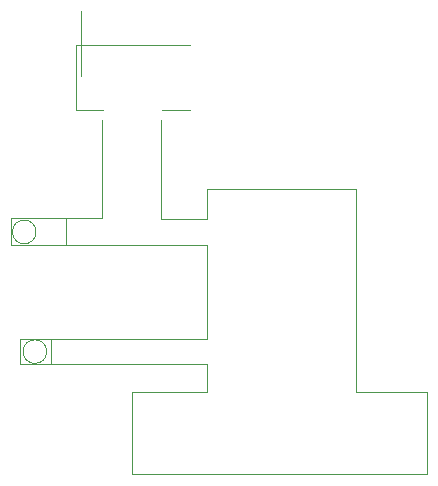
<source format=gbr>
G04*
G04 #@! TF.GenerationSoftware,Altium Limited,Altium Designer,23.10.1 (27)*
G04*
G04 Layer_Color=16711935*
%FSLAX44Y44*%
%MOMM*%
G71*
G04*
G04 #@! TF.SameCoordinates,EE71AB0A-04B5-4847-A965-A32D4C1E190E*
G04*
G04*
G04 #@! TF.FilePolarity,Positive*
G04*
G01*
G75*
%ADD58C,0.0127*%
D58*
X1996427Y205288D02*
G03*
X1996427Y205288I-10000J0D01*
G01*
X2005515Y103959D02*
G03*
X2005515Y103959I-10000J0D01*
G01*
X2107600Y215900D02*
X2141055D01*
X2102600D02*
X2107600D01*
X2047600Y216750D02*
X2052600D01*
X2102800Y308300D02*
X2126428D01*
X2030457D02*
Y330643D01*
Y308300D02*
X2036043D01*
X2052800D01*
X2021835Y194129D02*
Y216750D01*
X2009541Y93155D02*
Y114616D01*
X2030457Y330643D02*
Y363284D01*
X2126428D01*
X2034628Y337300D02*
Y392284D01*
X2102600Y215900D02*
Y300384D01*
X2141055Y215900D02*
Y241373D01*
X2267565D01*
Y70064D02*
Y241373D01*
Y70064D02*
X2327831D01*
Y63D02*
Y70064D01*
X2077647Y63D02*
X2327831D01*
X2077647D02*
Y70064D01*
X2141055D01*
Y93155D01*
X1982541D02*
X2141055D01*
X1982541D02*
Y114616D01*
X2141055D01*
Y194129D01*
X1974836D02*
X2141055D01*
X1974836D02*
Y216750D01*
X2047600D01*
X2052600D02*
Y300400D01*
M02*

</source>
